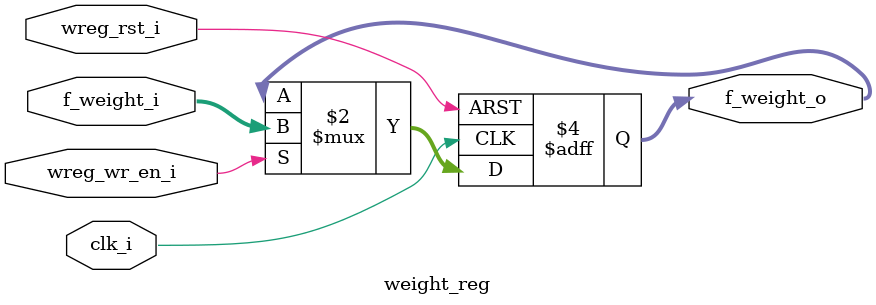
<source format=v>
`timescale 1ns / 1ps


module weight_reg
    #(
        parameter F_WIDTH = 8
    )
    (
        input signed [F_WIDTH - 1 : 0] f_weight_i,
        input clk_i,
        input wreg_rst_i,
        input wreg_wr_en_i,
        output reg signed [F_WIDTH - 1 : 0] f_weight_o
    );
        
        always @ (posedge clk_i or posedge wreg_rst_i) begin 
        
            if (wreg_rst_i) begin
                f_weight_o <= 0;
                
            end else if (wreg_wr_en_i) begin
             
                    f_weight_o <= f_weight_i;
                
            end
        end
endmodule

</source>
